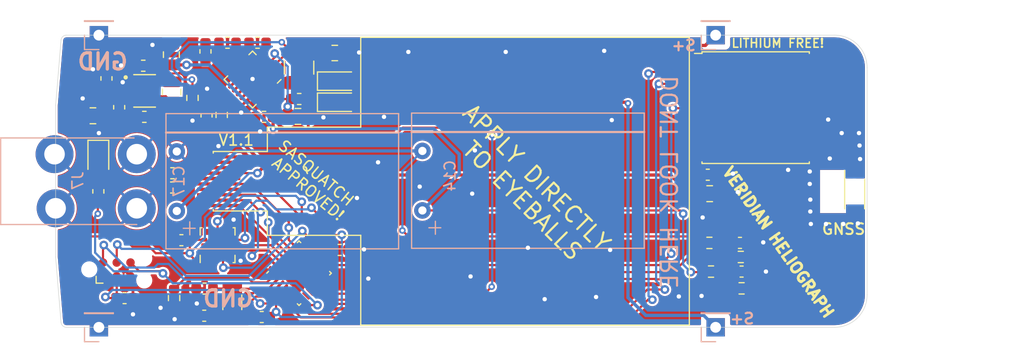
<source format=kicad_pcb>
(kicad_pcb (version 20211014) (generator pcbnew)
  (layers (0 "F.Cu" signal) (31 "B.Cu" signal) (34 "B.Paste" user) (35 "F.Paste" user) (36 "B.SilkS" user "B.Silkscreen") (37 "F.SilkS" user "F.Silkscreen") (38 "B.Mask" user) (39 "F.Mask" user) (44 "Edge.Cuts" user))
  (net 0 "")
  (net 1 "GND")
  (net 2 "VBAT_SENSE")
  (net 3 "VDD")
  (net 4 "VSTOR")
  (net 5 "GPS_EXINT")
  (net 6 "Net-(C4-Pad1)")
  (net 7 "Net-(C10-Pad1)")
  (net 8 "DISP_CS")
  (net 9 "EXTCOMIN")
  (net 11 "GPS_UART_MOSI")
  (net 12 "GPS_UART_MISO")
  (net 13 "Net-(D2-Pad2)")
  (net 14 "LED")
  (net 15 "/GPS_RF")
  (net 16 "VBAT")
  (net 17 "DISP_EN")
  (net 18 "Net-(R4-Pad1)")
  (net 19 "Net-(L2-Pad2)")
  (net 20 "Net-(L2-Pad1)")
  (net 21 "Net-(C6-Pad1)")
  (net 22 "Net-(L3-Pad2)")
  (net 23 "Net-(ROV3-Pad1)")
  (net 24 "Net-(ROV4-Pad1)")
  (net 34 "SOLAR_SENSE1")
  (net 35 "RESET")
  (net 37 "VBATMID")
  (net 38 "VBATMID_SENSE")
  (net 54 "/SWDIO")
  (net 55 "SPI_MOSI")
  (net 56 "SPI_CLK")
  (net 57 "SPI_MISO")
  (net 58 "LIS_INT")
  (net 59 "LIS_CS")
  (net 60 "SOLAR+")
  (net 61 "Net-(D1-Pad2)")
  (net 62 "Net-(D3-Pad2)")
  (net 63 "BOOT0")
  (footprint "Capacitor_SMD:C_0805_2012Metric" (layer "F.Cu") (at 59.7 51.8 -90)
    (fp_text reference "C12" hide)
    (fp_text value "47uF")
  )
  (footprint "Resistor_SMD:R_0603_1608Metric" (layer "F.Cu") (at 52.95 64.4375 90)
    (fp_text reference "R3" hide)
    (fp_text value "390")
  )
  (footprint "Diode_SMD:D_0805_2012Metric" (layer "F.Cu") (at 52.95 61.4 -90)
    (fp_text reference "D2" hide)
    (fp_text value "LED")
  )
  (footprint "Capacitor_SMD:C_0603_1608Metric" (layer "F.Cu") (at 57.2 57.55)
    (fp_text reference "C5" hide)
    (fp_text value "10nF")
  )
  (footprint "Capacitor_SMD:C_0805_2012Metric" (layer "F.Cu") (at 52.45 57.45)
    (fp_text reference "C7" hide)
    (fp_text value "47uF")
  )
  (footprint "Capacitor_SMD:C_0603_1608Metric" (layer "F.Cu") (at 57.1 52.825)
    (fp_text reference "C8" hide)
    (fp_text value "1uF")
  )
  (footprint "Resistor_SMD:R_0603_1608Metric" (layer "F.Cu") (at 54.875 56.6625 -90)
    (fp_text reference "R4" hide)
    (fp_text value "432k")
  )
  (footprint "Resistor_SMD:R_0603_1608Metric" (layer "F.Cu") (at 53.7 54 -90)
    (fp_text reference "R5" hide)
    (fp_text value "91k")
  )
  (footprint "Margo_Lib:VREG_TPS63802DLAR" (layer "F.Cu") (at 57.225 55.15)
    (fp_text reference "U7" hide)
    (fp_text value "TPS63802")
  )
  (footprint "Inductor_SMD:L_0806_2016Metric" (layer "F.Cu") (at 59.725 55.25 -90)
    (fp_text reference "L2" hide)
    (fp_text value "0.47uH")
  )
  (footprint "Capacitor_SMD:C_0805_2012Metric" (layer "F.Cu") (at 74.8 51.65)
    (fp_text reference "C3" hide)
    (fp_text value "4.7uF")
  )
  (footprint "Capacitor_SMD:C_0603_1608Metric" (layer "F.Cu") (at 67.6625 50.7 180)
    (fp_text reference "C6" hide)
    (fp_text value "10nF")
  )
  (footprint "Capacitor_SMD:C_0603_1608Metric" (layer "F.Cu") (at 71.5125 55.9 180)
    (fp_text reference "C19" hide)
    (fp_text value "10nF")
  )
  (footprint "Inductor_SMD:L_1210_3225Metric" (layer "F.Cu") (at 71.5 53 -90)
    (fp_text reference "L3" hide)
    (fp_text value "22uH")
  )
  (footprint "Resistor_SMD:R_0603_1608Metric" (layer "F.Cu") (at 64.8875 50.7)
    (fp_text reference "ROV3" hide)
    (fp_text value "4.30M")
  )
  (footprint "Resistor_SMD:R_0603_1608Metric" (layer "F.Cu") (at 62.85 51.5 90)
    (fp_text reference "ROV4" hide)
    (fp_text value "8.66M")
  )
  (footprint "Capacitor_SMD:C_0603_1608Metric" (layer "F.Cu") (at 59.8 62.76)
    (fp_text reference "C9" hide)
    (fp_text value "1uF")
  )
  (footprint "Capacitor_SMD:C_0603_1608Metric" (layer "F.Cu") (at 59.7875 64.08)
    (fp_text reference "C20" hide)
    (fp_text value "1uF")
  )
  (footprint "Capacitor_SMD:C_0603_1608Metric" (layer "F.Cu") (at 68.2625 57.55)
    (fp_text reference "C15" hide)
    (fp_text value "10nF")
  )
  (footprint "Capacitor_SMD:C_0805_2012Metric" (layer "F.Cu") (at 71.4 57.51 180)
    (fp_text reference "C2" hide)
    (fp_text value "4.7uF")
  )
  (footprint "Capacitor_SMD:C_0603_1608Metric" (layer "F.Cu") (at 68.05 76.05 180)
    (fp_text reference "C25" hide)
    (fp_text value "1uF")
  )
  (footprint "Capacitor_SMD:C_0603_1608Metric" (layer "F.Cu") (at 60.625 68.95)
    (fp_text reference "C26" hide)
    (fp_text value "1uF")
  )
  (footprint "Package_LGA:LGA-16_3x3mm_P0.5mm_LayoutBorder3x5y" (layer "F.Cu") (at 63.97 69.41 90)
    (fp_text reference "U6" hide)
    (fp_text value "LIS3DH" hide)
  )
  (footprint "Margo_Lib:LS013B7DH03" (layer "F.Cu") (at 63.57 63.5 90)
    (fp_text reference "J1" hide)
    (fp_text value "Conn_01x10_Female")
  )
  (footprint "Diode_SMD:D_SOD-323_HandSoldering" (layer "F.Cu") (at 75.1 56.2)
    (fp_text reference "D1" hide)
    (fp_text value "Schottky")
  )
  (footprint "Diode_SMD:D_SOD-323_HandSoldering" (layer "F.Cu") (at 75.1 54.25)
    (fp_text reference "D3" hide)
    (fp_text value "Schottky")
  )
  (footprint "Package_DFN_QFN:QFN-20-1EP_3.5x3.5mm_P0.5mm_EP2x2mm" (layer "F.Cu") (at 67.2 54.1 -135)
    (fp_text reference "U5" hide)
    (fp_text value "BQ25505")
  )
  (footprint "Capacitor_SMD:C_0603_1608Metric" (layer "F.Cu") (at 112.25 69.2 180)
    (fp_text reference "C16" hide)
    (fp_text value "10nF")
  )
  (footprint "Resistor_SMD:R_0603_1608Metric" (layer "F.Cu") (at 109.425 69.2 180)
    (fp_text reference "R2" hide)
    (fp_text value "1M")
  )
  (footprint "Resistor_SMD:R_0603_1608Metric" (layer "F.Cu") (at 112.325 70.5 180)
    (fp_text reference "R6" hide)
    (fp_text value "1M")
  )
  (footprint "Resistor_SMD:R_0603_1608Metric" (layer "F.Cu") (at 109.575 71.85 180)
    (fp_text reference "R12" hide)
    (fp_text value "1M")
  )
  (footprint "Resistor_SMD:R_0603_1608Metric" (layer "F.Cu") (at 64.35 57.375 90)
    (fp_text reference "R15" hide)
    (fp_text value "1M")
  )
  (footprint "Resistor_SMD:R_0603_1608Metric" (layer "F.Cu") (at 112.4 73.4 180)
    (fp_text reference "R13" hide)
    (fp_text value "1M")
  )
  (footprint "Capacitor_SMD:C_0603_1608Metric" (layer "F.Cu") (at 112.4 71.85 180)
    (fp_text reference "C23" hide)
    (fp_text value "10nF")
  )
  (footprint "Capacitor_SMD:C_0603_1608Metric" (layer "F.Cu") (at 62.95 57.425 90)
    (fp_text reference "C28" hide)
    (fp_text value "10nF")
  )
  (footprint "Resistor_SMD:R_0603_1608Metric" (layer "F.Cu") (at 61.65 55.8 90)
    (fp_text reference "R14" hide)
    (fp_text value "1M")
  )
  (footprint "Capacitor_SMD:C_0402_1005Metric" (layer "F.Cu") (at 120.35 59.525 -90)
    (fp_text reference "C1" hide)
    (fp_text value "3.3pF")
  )
  (footprint "RF_GPS:ublox_MAX" (layer "F.Cu") (at 113.7 56.7)
    (fp_text reference "U2" hide)
    (fp_text value "MAX-M10Q")
  )
  (footprint "RF_Antenna:Pulse_W3011" (layer "F.Cu") (at 122.85 64.45)
    (fp_text reference "AE1" hide)
    (fp_text value "Antenna_Shield")
  )
  (footprint "Capacitor_SMD:C_0603_1608Metric" (layer "F.Cu") (at 109.275 62.9)
    (fp_text reference "C21" hide)
    (fp_text value "1uF")
  )
  (footprint "Capacitor_SMD:C_0603_1608Metric" (layer "F.Cu") (at 62.735 75.93 180)
    (fp_text reference "C10" hide)
    (fp_text value "11pF")
  )
  (footprint "Capacitor_SMD:C_0805_2012Metric" (layer "F.Cu") (at 109.45 64.65)
    (fp_text reference "C13" hide)
    (fp_text value "4.7uF")
  )
  (footprint "Package_DFN_QFN:QFN-28_4x4mm_P0.5mm" (layer "F.Cu") (at 71.5 72 45)
    (fp_text reference "U1" hide)
    (fp_text value "STM32L011G3Ux")
  )
  (footprint "Capacitor_SMD:C_0603_1608Metric" (layer "F.Cu") (at 55.375 74.3 180)
    (fp_text reference "C18" hide)
    (fp_text value "10nF")
  )
  (footprint "Capacitor_SMD:C_0603_1608Metric" (layer "F.Cu") (at 75.25 69.85)
    (fp_text reference "C11" hide)
    (fp_text value "1uF")
  )
  (footprint "Capacitor_SMD:C_0603_1608Metric" (layer "F.Cu") (at 62.77 73.42 180)
    (fp_text reference "C4" hide)
    (fp_text value "11pF")
  )
  (footprint "Resistor_SMD:R_0603_1608Metric" (layer "F.Cu") (at 59.95 74.3 90)
    (fp_text reference "R1" hide)
    (fp_text value "91k")
  )
  (footprint "Connector:Tag-Connect_TC2030-IDC-NL_2x03_P1.27mm_Vertical" (layer "F.Cu") (at 54.65 71.65)
    (fp_text reference "J4" hide)
    (fp_text value "Conn_02x03_Odd_Even")
  )
  (footprint "Crystal:Crystal_SMD_3215-2Pin_3.2x1.5mm" (layer "F.Cu") (at 65.33 74.69 -90)
    (fp_text reference "Y1" hide)
    (fp_text value "32.768")
  )
  (footprint "Connector_PinHeader_2.54mm:PinHeader_1x01_P2.54mm_Vertical" (layer "B.Cu") (at 110 50)
    (fp_text reference "J2" hide)
    (fp_text value "Solar1+")
  )
  (footprint "Connector_PinHeader_2.54mm:PinHeader_1x01_P2.54mm_Vertical" (layer "B.Cu") (at 110 77)
    (fp_text reference "J5" hide)
    (fp_text value "Solar2+")
  )
  (footprint "Connector_PinHeader_2.54mm:PinHeader_1x01_P2.54mm_Vertical" (layer "B.Cu") (at 53 77)
    (fp_text reference "J6" hide)
    (fp_text value "GND")
  )
  (footprint "Veridian-Library-KiCad:Right Angle Screw Terminal M3M4" (layer "B.Cu") (at 49 63.5 90)
    (fp_text reference "J7")
    (fp_text value "Screw_Terminal_01x01")
  )
  (footprint "Connector_PinHeader_2.54mm:PinHeader_1x01_P2.54mm_Vertical" (layer "B.Cu") (at 53 50)
    (fp_text reference "J3" hide)
    (fp_text value "GND")
  )
  (footprint "Veridian-Library-KiCad:SCCT20E106SRB" (layer "B.Cu") (at 60.2 63.5 90)
    (fp_text reference "C17")
    (fp_text value "10F")
  )
  (footprint "Veridian-Library-KiCad:SCCT20E106SRB" (layer "B.Cu") (at 82.9 63.45 90)
    (fp_text reference "C14")
    (fp_text value "10F")
  )
  (gr_arc (start 50 77) (mid 49.662949 76.871723) (end 49.5 76.55) (layer "Edge.Cuts") (width 0.05))
  (gr_arc (start 121 50) (mid 123.12132 50.87868) (end 124 53) (layer "Edge.Cuts") (width 0.05))
  (gr_line (start 49 56.5) (end 49.502481 50.450248) (layer "Edge.Cuts") (width 0.05))
  (gr_line (start 49.5 76.55) (end 49 70.5) (layer "Edge.Cuts") (width 0.05))
  (gr_line (start 124 53) (end 124 74) (layer "Edge.Cuts") (width 0.05))
  (gr_line (start 121 77) (end 50 77) (layer "Edge.Cuts") (width 0.05))
  (gr_arc (start 124 74) (mid 123.12132 76.12132) (end 121 77) (layer "Edge.Cuts") (width 0.05))
  (gr_line (start 49 56.5) (end 49 70.5) (layer "Edge.Cuts") (width 0.05))
  (gr_line (start 50 50) (end 121 50) (layer "Edge.Cuts") (width 0.05))
  (gr_arc (start 49.502481 50.450248) (mid 49.664497 50.129274) (end 50 50) (layer "Edge.Cuts") (width 0.05))
  (gr_text "GND" (at 64.95 74.35) (layer "B.SilkS") (effects (font (size 1.5 1.5) (thickness 0.3)) (justify mirror)))
  (gr_text "S+" (at 107.05 50.95) (layer "B.SilkS") (effects (font (size 1 1) (thickness 0.2)) (justify mirror)))
  (gr_text "S+" (at 112.45 76.2) (layer "B.SilkS") (effects (font (size 1 1) (thickness 0.2)) (justify mirror)))
  (gr_text "GND" (at 53.35 52.45) (layer "B.SilkS") (effects (font (size 1.5 1.5) (thickness 0.3)) (justify mirror)))
  (gr_text "DONT LOOK HERE " (at 105.75 64.15 90) (layer "B.SilkS") (effects (font (size 1.5 1.5) (thickness 0.2)) (justify mirror)))
  (gr_text "V1.1" (at 65.7 59.7) (layer "F.SilkS") (effects (font (size 1 1))))
  (gr_text "LITHIUM FREE!" (at 115.75 50.75) (layer "F.SilkS") (effects (font (size 0.8 0.8))))
  (gr_text "VERIDIAN HELIOGRAPH" (at 115.8 69.15 -55) (layer "F.SilkS") (effects (font (size 1 1) (thickness 0.25))))
  (gr_text "APPLY DIRECTLY \nTO EYEBALLS" (at 93 64.45 -45) (layer "F.SilkS") (effects (font (size 1.5 1.5) (thickness 0.2))))
  (gr_text "SASQUATCH \nAPPROVED!" (at 72.85 63.6 320) (layer "F.SilkS") (effects (font (size 1 1))))
  (gr_text "GNSS" (at 121.825 67.925) (layer "F.SilkS") (effects (font (size 1 1) (thickness 0.18))))
  (segment (start 64.97 70.635) (end 65.882533 70.635) (width 0.2) (layer "F.Cu") (net 1))
  (segment (start 69.100349 53.613864) (end 68.614213 54.1) (width 0.2) (layer "F.Cu") (net 1))
  (segment (start 65.45 67.05) (end 65.2 67.05) (width 0.2) (layer "F.Cu") (net 1))
  (segment (start 68.614213 54.1) (end 68.26066 54.1) (width 0.2) (layer "F.Cu") (net 1))
  (segment (start 57.05 55.15) (end 57.05 56.9125) (width 0.2) (layer "F.Cu") (net 1))
  (segment (start 66.713864 56.000349) (end 67.2 55.514213) (width 0.2) (layer "F.Cu") (net 1))
  (segment (start 67.2 55.514213) (end 67.2 55.16066) (width 0.2) (layer "F.Cu") (net 1))
  (segment (start 57.05 56.9125) (end 56.4125 57.55) (width 0.2) (layer "F.Cu") (net 1))
  (segment (start 69.026894 71.648214) (end 68.051786 71.648214) (width 0.2) (layer "F.Cu") (net 1))
  (segment (start 67.686136 52.199651) (end 67.2 52.685787) (width 0.2) (layer "F.Cu") (net 1))
  (segment (start 56.325 55.15) (end 57.775 55.15) (width 0.2) (layer "F.Cu") (net 1))
  (segment (start 67.2 52.685787) (end 67.2 53.03934) (width 0.2) (layer "F.Cu") (net 1))
  (segment (start 65.882533 70.635) (end 66.1 70.852467) (width 0.2) (layer "F.Cu") (net 1))
  (via (at 56.15 75.8) (size 0.8) (drill 0.4) (layers "F.Cu" "B.Cu") (net 1))
  (via (at 55.2 54.35) (size 0.8) (drill 0.4) (layers "F.Cu" "B.Cu") (net 1))
  (via (at 123.35 61.45) (size 0.8) (drill 0.4) (layers "F.Cu" "B.Cu") (net 1))
  (via (at 111.6 62.8) (size 0.8) (drill 0.4) (layers "F.Cu" "B.Cu") (net 1))
  (via (at 118.75 65.2) (size 0.8) (drill 0.4) (layers "F.Cu" "B.Cu") (net 1))
  (via (at 92.65 69.65) (size 0.8) (drill 0.4) (layers "F.Cu" "B.Cu") (net 1))
  (via (at 65.45 67.05) (size 0.8) (drill 0.4) (layers "F.Cu" "B.Cu") (net 1))
  (via (at 94.2 74.4) (size 0.8) (drill 0.4) (layers "F.Cu" "B.Cu") (net 1))
  (via (at 100.25 69.85) (size 0.8) (drill 0.4) (layers "F.Cu" "B.Cu") (net 1))
  (via (at 118.7 62.6) (size 0.8) (drill 0.4) (layers "F.Cu" "B.Cu") (net 1))
  (via (at 76.85 65.05) (size 0.8) (drill 0.4) (layers "F.Cu" "B.Cu") (net 1))
  (via (at 120.2 67.45) (size 0.8) (drill 0.4) (layers "F.Cu" "B.Cu") (net 1))
  (via (at 108.7 74.1) (size 0.8) (drill 0.4) (layers "F.Cu" "B.Cu") (net 1))
  (via (at 58.7 75.2) (size 0.8) (drill 0.4) (layers "F.Cu" "B.Cu") (net 1))
  (via (at 108.8 66.85) (size 0.8) (drill 0.4) (layers "F.Cu" "B.Cu") (net 1))
  (via (at 66.15 57.15) (size 0.8) (drill 0.4) (layers "F.Cu" "B.Cu") (net 1))
  (via (at 120.4 57.8) (size 0.8) (drill 0.4) (layers "F.Cu" "B.Cu") (net 1))
  (via (at 77.5 69.8) (size 0.8) (drill 0.4) (layers "F.Cu" "B.Cu") (net 1))
  (via (at 52.45 53.15) (size 0.8) (drill 0.4) (layers "F.Cu" "B.Cu") (net 1))
  (via (at 123.25 59.05) (size 0.8) (drill 0.4) (layers "F.Cu" "B.Cu") (net 1))
  (via (at 57.95 50.9) (size 0.8) (drill 0.4) (layers "F.Cu" "B.Cu") (net 1))
  (via (at 123.3 60.2) (size 0.8) (drill 0.4) (layers "F.Cu" "B.Cu") (net 1))
  (via (at 87.5 64.65) (size 0.8) (drill 0.4) (layers "F.Cu" "B.Cu") (net 1))
  (via (at 66.1 70.852467) (size 0.8) (drill 0.4) (layers "F.Cu" "B.Cu") (net 1))
  (via (at 87.35 72.3) (size 0.8) (drill 0.4) (layers "F.Cu" "B.Cu") (net 1))
  (via (at 67.2 54.05) (size 0.8) (drill 0.4) (layers "F.Cu" "B.Cu") (net 1))
  (via (at 51.5 55.85) (size 0.8) (drill 0.4) (layers "F.Cu" "B.Cu") (net 1))
  (via (at 55.05 52.8) (size 0.8) (drill 0.4) (layers "F.Cu" "B.Cu") (net 1))
  (via (at 112.05 64.5) (size 0.8) (drill 0.4) (layers "F.Cu" "B.Cu") (net 1))
  (via (at 118.75 66.3) (size 0.8) (drill 0.4) (layers "F.Cu" "B.Cu") (net 1))
  (via (at 63 54.95) (size 0.8) (drill 0.4) (layers "F.Cu" "B.Cu") (net 1))
  (via (at 77.05 51.6) (size 0.8) (drill 0.4) (layers "F.Cu" "B.Cu") (net 1))
  (via (at 120.55 61.4) (size 0.8) (drill 0.4) (layers "F.Cu" "B.Cu") (net 1))
  (via (at 114.4 69.15) (size 0.8) (drill 0.4) (layers "F.Cu" "B.Cu") (net 1))
  (via (at 114.65 71.85) (size 0.8) (drill 0.4) (layers "F.Cu" "B.Cu") (net 1))
  (via (at 61.65 57.9) (size 0.8) (drill 0.4) (layers "F.Cu" "B.Cu") (net 1))
  (via (at 78.8 61.75) (size 0.8) (drill 0.4) (layers "F.Cu" "B.Cu") (net 1))
  (via (at 90.6 51.55) (size 0.8) (drill 0.4) (layers "F.Cu" "B.Cu") (net 1))
  (via (at 118.8 67.45) (size 0.8) (drill 0.4) (layers "F.Cu" "B.Cu") (net 1))
  (via (at 60 76.25) (size 0.8) (drill 0.4) (layers "F.Cu" "B.Cu") (net 1))
  (via (at 81.6 51.55) (size 0.8) (drill 0.4) (layers "F.Cu" "B.Cu") (net 1))
  (via (at 53 59.05) (size 0.8) (drill 0.4) (layers "F.Cu" "B.Cu") (net 1))
  (via (at 123.15 67.4) (size 0.8) (drill 0.4) (layers "F.Cu" "B.Cu") (net 1))
  (via (at 98.95 74.2) (size 0.8) (drill 0.4) (layers "F.Cu" "B.Cu") (net 1))
  (via (at 116.7 62.45) (size 0.8) (drill 0.4) (layers "F.Cu" "B.Cu") (net 1))
  (via (at 87.75 60.65) (size 0.8) (drill 0.4) (layers "F.Cu" "B.Cu") (net 1))
  (via (at 62.05 74.8) (size 0.8) (drill 0.4) (layers "F.Cu" "B.Cu") (net 1))
  (via (at 106.6 74.15) (size 0.8) (drill 0.4) (layers "F.Cu" "B.Cu") (net 1))
  (via (at 79.35 57.55) (size 0.8) (drill 0.4) (layers "F.Cu" "B.Cu") (net 1))
  (via (at 100.4 57.85) (size 0.8) (drill 0.4) (layers "F.Cu" "B.Cu") (net 1))
  (via (at 118.7 63.75) (size 0.8) (drill 0.4) (layers "F.Cu" "B.Cu") (net 1))
  (via (at 77.9 72.5) (size 0.8) (drill 0.4) (layers "F.Cu" "B.Cu") (net 1))
  (via (at 67.9 58.9) (size 0.8) (drill 0.4) (layers "F.Cu" "B.Cu") (net 1))
  (via (at 82.65 64) (size 0.8) (drill 0.4) (layers "F.Cu" "B.Cu") (net 1))
  (via (at 73.75 57.6) (size 0.8) (drill 0.4) (layers "F.Cu" "B.Cu") (net 1))
  (via (at 64.05 60.25) (size 0.8) (drill 0.4) (layers "F.Cu" "B.Cu") (net 1))
  (via (at 99.7 51.45) (size 0.8) (drill 0.4) (layers "F.Cu" "B.Cu") (net 1))
  (via (at 121.8 67.45) (size 0.8) (drill 0.4) (layers "F.Cu" "B.Cu") (net 1))
  (via (at 121.65 59.05) (size 0.8) (drill 0.4) (layers "F.Cu" "B.Cu") (net 1))
  (segment (start 111.625 73.35) (end 111.575 73.4) (width 0.2) (layer "F.Cu") (net 2))
  (segment (start 110.74181 72.56681) (end 104.41502 72.56681) (width 0.2) (layer "F.Cu") (net 2))
  (segment (start 74.33952 74.83952) (end 72.870019 73.370019) (width 0.2) (layer "F.Cu") (net 2))
  (segment (start 111.575 73.4) (end 110.74181 72.56681) (width 0.2) (layer "F.Cu") (net 2))
  (segment (start 104.379698 72.531488) (end 92.968512 72.531488) (width 0.2) (layer "F.Cu") (net 2))
  (segment (start 110.4 71.85) (end 111.625 71.85) (width 0.2) (layer "F.Cu") (net 2))
  (segment (start 92.968512 72.531488) (end 90.66048 74.83952) (width 0.2) (layer "F.Cu") (net 2))
  (segment (start 90.66048 74.83952) (end 74.33952 74.83952) (width 0.2) (layer "F.Cu") (net 2))
  (segment (start 111.625 71.85) (end 111.625 73.35) (width 0.2) (layer "F.Cu") (net 2))
  (segment (start 104.41502 72.56681) (end 104.379698 72.531488) (width 0.2) (layer "F.Cu") (net 2))
  (segment (start 61.4 70.3) (end 61.4 70.15) (width 0.2) (layer "F.Cu") (net 3))
  (segment (start 54.875 57.45) (end 54.875 58.025) (width 0.3) (layer "F.Cu") (net 3))
  (segment (start 60.46875 58.26875) (end 61.6 59.4) (width 0.3) (layer "F.Cu") (net 3))
  (segment (start 56.1 69.55) (end 57.65 69.55) (width 0.2) (layer "F.Cu") (net 3))
  (segment (start 69.375 75.575) (end 69.3 75.575) (width 0.2) (layer "F.Cu") (net 3))
  (segment (start 55.4 58.55) (end 58.35 58.55) (width 0.3) (layer "F.Cu") (net 3))
  (segment (start 67.65 62.75) (end 68.35 62.05) (width 0.3) (layer "F.Cu") (net 3))
  (segment (start 60.5975 62.75) (end 60.5875 62.76) (width 0.3) (layer "F.Cu") (net 3))
  (segment (start 62.97 70.635) (end 62.605 71) (width 0.2) (layer "F.Cu") (net 3))
  (segment (start 61.4 70.15) (end 61.4 68.95) (width 0.2) (layer "F.Cu") (net 3))
  (segment (start 52.25 68.6) (end 55.15 68.6) (width 0.2) (layer "F.Cu") (net 3))
  (segment (start 108.5 64.65) (end 107.55 64.65) (width 0.3) (layer "F.Cu") (net 3))
  (segment (start 57.975 56.15) (end 57.975 57.5875) (width 0.25) (layer "F.Cu") (net 3))
  (segment (start 107.55 64.65) (end 105.825 62.925) (width 0.3) (layer "F.Cu") (net 3))
  (segment (start 74.475 69.85) (end 74.475 68.475) (width 0.3) (layer "F.Cu") (net 3))
  (segment (start 108.275 62.925) (end 108.5 62.925) (width 0.3) (layer "F.Cu") (net 3))
  (segment (start 107.25 57.8) (end 106.95 58.1) (width 0.3) (layer "F.Cu") (net 3))
  (segment (start 108.95 58.9) (end 108.85 59) (width 0.3) (layer "F.Cu") (net 3))
  (segment (start 74.475 68.475) (end 74.475 63.025) (width 0.3) (layer "F.Cu") (net 3))
  (segment (start 62.605 71) (end 62.1 71) (width 0.2) (layer "F.Cu") (net 3))
  (segment (start 73.223573 70.983534) (end 73.223573 70.976427) (width 0.2) (layer "F.Cu") (net 3))
  (segment (start 108.95 57.8) (end 107.25 57.8) (width 0.3) (layer "F.Cu") (net 3))
  (segment (start 106.95 61.6) (end 108.275 62.925) (width 0.3) (layer "F.Cu") (net 3))
  (segment (start 75.45 68.45) (end 75.425 68.475) (width 0.2) (layer "F.Cu") (net 3))
  (segment (start 61.0775 63.25) (end 60.5875 62.76) (width 0.3) (layer "F.Cu") (net 3))
  (segment (start 64.07 63.25) (end 61.0775 63.25) (width 0.3) (layer "F.Cu") (net 3))
  (segment (start 62.1 71) (end 61.4 70.3) (width 0.2) (layer "F.Cu") (net 3))
  (segment (start 58.35 58.55) (end 58.63125 58.26875) (width 0.3) (layer "F.Cu") (net 3))
  (segment (start 57.65 69.55) (end 58.25 70.15) (width 0.2) (layer "F.Cu") (net 3))
  (segment (start 69.3 75.575) (end 68.825 76.05) (width 0.2) (layer "F.Cu") (net 3))
  (segment (start 107.05 60) (end 106.95 60.1) (width 0.3) (layer "F.Cu") (net 3))
  (segment (start 73.223573 70.976427) (end 74.35 69.85) (width 0.2) (layer "F.Cu") (net 3))
  (segment (start 58.63125 58.26875) (end 60.46875 58.26875) (width 0.3) (layer "F.Cu") (net 3))
  (segment (start 51.15 72.35) (end 51.15 69.7) (width 0.2) (layer "F.Cu") (net 3))
  (segment (start 51.15 69.7) (end 52.25 68.6) (width 0.2) (layer "F.Cu") (net 3))
  (segment (start 106.95 59) (end 106.95 60.1) (width 0.3) (layer "F.Cu") (net 3))
  (segment (start 106.95 60.1) (end 106.95 61.6) (width 0.3) (layer "F.Cu") (net 3))
  (segment (start 52.865 72.8) (end 51.6 72.8) (width 0.2) (layer "F.Cu") (net 3))
  (segment (start 62.745 68.91) (end 61.625 68.91) (width 0.2) (layer "F.Cu") (net 3))
  (segment (start 69.375 74.832107) (end 69.375 75.575) (width 0.2) (layer "F.Cu") (net 3))
  (segment (start 51.6 72.8) (end 51.15 72.35) (width 0.2) (layer "F.Cu") (net 3))
  (segment (start 106.95 58.1) (end 106.95 59) (width 0.3) (layer "F.Cu") (net 3))
  (segment (start 69.225 62.925) (end 68.35 62.05) (width 0.3) (layer "F.Cu") (net 3))
  (segment (start 55.15 68.6) (end 56.1 69.55) (width 0.2) (layer "F.Cu") (net 3))
  (segment (start 108.5 64.65) (end 108.5 62.925) (width 0.4) (layer "F.Cu") (net 3))
  (segment (start 61.6 59.4) (end 65.7 59.4) (width 0.3) (layer "F.Cu") (net 3))
  (segment (start 64.07 62.75) (end 67.65 62.75) (width 0.2) (layer "F.Cu") (net 3))
  (segment (start 75.425 68.475) (end 74.475 68.475) (width 0.2) (layer "F.Cu") (net 3))
  (segment (start 53.4 57.45) (end 54.875 57.45) (width 0.3) (layer "F.Cu") (net 3))
  (segment (start 65.7 59.4) (end 68.35 62.05) (width 0.3) (layer "F.Cu") (net 3))
  (segment (start 57.9625 57.6) (end 58.63125 58.26875) (width 0.3) (layer "F.Cu") (net 3))
  (segment (start 108.85 59) (end 106.95 59) (width 0.3) (layer "F.Cu") (net 3))
  (segment (start 58.25 70.15) (end 61.4 70.15) (width 0.2) (layer "F.Cu") (net 3))
  (segment (start 64.07 62.25) (end 61.0975 62.25) (width 0.3) (layer "F.Cu") (net 3))
  (segment (start 108.95 60) (end 107.05 60) (width 0.3) (layer "F.Cu") (net 3))
  (segment (start 64.07 62.75) (end 60.5975 62.75) (width 0.3) (layer "F.Cu") (net 3))
  (segment (start 57.975 57.5875) (end 57.9625 57.6) (width 0.2) (layer "F.Cu") (net 3))
  (segment (start 74.35 69.85) (end 74.475 69.85) (width 0.2) (layer "F.Cu") (net 3))
  (segment (start 105.825 62.925) (end 69.225 62.925) (width 0.3) (layer "F.Cu") (net 3))
  (segment (start 53.38 72.285) (end 52.865 72.8) (width 0.2) (layer "F.Cu") (net 3))
  (segment (start 61.0975 62.25) (end 60.5875 62.76) (width 0.3) (layer "F.Cu") (net 3))
  (segment (start 54.875 58.025) (end 55.4 58.55) (width 0.3) (layer "F.Cu") (net 3))
  (segment (start 70.483534 73.723573) (end 69.375 74.832107) (width 0.2) (layer "F.Cu") (net 3))
  (via (at 75.45 68.45) (size 0.8) (drill 0.4) (layers "F.Cu" "B.Cu") (net 3))
  (via (at 69.375 75.575) (size 0.8) (drill 0.4) (layers "F.Cu" "B.Cu") (net 3))
  (via (at 61.4 70.15) (size 0.8) (drill 0.4) (layers "F.Cu" "B.Cu") (net 3))
  (via (at 67.65 62.75) (size 0.8) (drill 0.4) (layers "F.Cu" "B.Cu") (net 3))
  (segment (start 62.8 68.75) (end 62.8 66.85) (width 0.2) (layer "B.Cu") (net 3))
  (segment (start 62.8 66.85) (end 66.9 62.75) (width 0.2) (layer "B.Cu") (net 3))
  (segment (start 69.85 76.05) (end 74.45 76.05) (width 0.2) (layer "B.Cu") (net 3))
  (segment (start 66.9 62.75) (end 67.65 62.75) (width 0.2) (layer "B.Cu") (net 3))
  (segment (start 74.45 76.05) (end 75.45 75.05) (width 0.2) (layer "B.Cu") (net 3))
  (segment (start 61.4 70.15) (end 62.8 68.75) (width 0.2) (layer "B.Cu") (net 3))
  (segment (start 75.45 75.05) (end 75.45 68.45) (width 0.2) (layer "B.Cu") (net 3))
  (segment (start 69.375 75.575) (end 69.85 76.05) (width 0.2) (layer "B.Cu") (net 3))
  (segment (start 68.393243 52.906757) (end 69.25 52.05) (width 0.2) (layer "F.Cu") (net 4))
  (segment (start 69.25 52.05) (end 69.25 51.7) (width 0.2) (layer "F.Cu") (net 4))
  (segment (start 70.45 56.6) (end 70.45 56.175) (width 0.2) (layer "F.Cu") (net 4))
  (segment (start 68.746796 54.939689) (end 69.707107 55.9) (width 0.2) (layer "F.Cu") (net 4))
  (segment (start 70.45 57.51) (end 70.45 56.6) (width 0.2) (layer "F.Cu") (net 4))
  (segment (start 69.707107 55.9) (end 70.725 55.9) (width 0.2) (layer "F.Cu") (net 4))
  (segment (start 70.45 56.175) (end 70.725 55.9) (width 0.2) (layer "F.Cu") (net 4))
  (via (at 70.45 56.6) (size 0.8) (drill 0.4) (layers "F.Cu" "B.Cu") (net 4))
  (via (at 69.25 51.7) (size 0.8) (drill 0.4) (layers "F.Cu" "B.Cu") (net 4))
  (segment (start 69.25 51.7) (end 70.45 52.9) (width 0.2) (layer "B.Cu") (net 4))
  (segment (start 70.45 52.9) (end 70.45 56.6) (width 0.2) (layer "B.Cu") (net 4))
  (segment (start 108.9 56.75) (end 108.95 56.7) (width 0.2) (layer "F.Cu") (net 5))
  (segment (start 73.973106 71.648214) (end 74.37132 71.25) (width 0.2) (layer "F.Cu") (net 5))
  (segment (start 106.05 56.75) (end 108.9 56.75) (width 0.2) (layer "F.Cu") (net 5))
  (segment (start 104.85 71.25) (end 105.9 70.2) (width 0.2) (layer "F.Cu") (net 5))
  (segment (start 74.37132 71.25) (end 104.85 71.25) (width 0.2) (layer "F.Cu") (net 5))
  (via (at 106.05 56.75) (size 0.8) (drill 0.4) (layers "F.Cu" "B.Cu") (net 5))
  (via (at 105.9 70.2) (size 0.8) (drill 0.4) (layers "F.Cu" "B.Cu") (net 5))
  (segment (start 105.9 56.9) (end 106.05 56.75) (width 0.2) (layer "B.Cu") (net 5))
  (segment (start 105.9 70.2) (end 105.9 56.9) (width 0.2) (layer "B.Cu") (net 5))
  (segment (start 68.652893 73.44) (end 65.33 73.44) (width 0.2) (layer "F.Cu") (net 6))
  (segment (start 65.31 73.42) (end 65.33 73.44) (width 0.2) (layer "F.Cu") (net 6))
  (segment (start 69.422874 72.670019) (end 68.652893 73.44) (width 0.2) (layer "F.Cu") (net 6))
  (segment (start 63.545 73.42) (end 65.31 73.42) (width 0.2) (layer "F.Cu") (net 6))
  (segment (start 69.776427 73.016466) (end 68.632394 74.160499) (width 0.2) (layer "F.Cu") (net 7))
  (segment (start 63.52 75.94) (end 63.51 75.93) (width 0.2) (layer "F.Cu") (net 7))
  (segment (start 65.73 75.94) (end 65.33 75.94) (width 0.2) (layer "F.Cu") (net 7))
  (segment (start 67.509501 74.160499) (end 65.73 75.94) (width 0.2) (layer "F.Cu") (net 7))
  (segment (start 68.632394 74.160499) (end 67.509501 74.160499) (width 0.2) (layer "F.Cu") (net 7))
  (segment (start 65.33 75.94) (end 63.52 75.94) (width 0.2) (layer "F.Cu") (net 7))
  (segment (start 69.6 66.9) (end 69.6 68.685787) (width 0.2) (layer "F.Cu") (net 8))
  (segment (start 69.6 68.685787) (end 70.837087 69.922874) (width 0.2) (layer "F.Cu") (net 8))
  (segment (start 64.07 64.75) (end 67.45 64.75) (width 0.2) (layer "F.Cu") (net 8))
  (segment (start 67.45 64.75) (end 69.6 66.9) (width 0.2) (layer "F.Cu") (net 8))
  (segment (start 70.55 68.92868) (end 71.148214 69.526894) (width 0.2) (layer "F.Cu") (net 9))
  (segment (start 54.65 69.4) (end 54.7 69.35) (width 0.2) (layer "F.Cu") (net 9))
  (segment (start 67.55 64.25) (end 70.55 67.25) (width 0.2) (layer "F.Cu") (net 9))
  (segment (start 54.65 71.015) (end 54.65 69.4) (width 0.2) (layer "F.Cu") (net 9))
  (segment (start 64.07 64.25) (end 67.55 64.25) (width 0.2) (layer "F.Cu") (net 9))
  (segment (start 70.55 67.25) (end 70.55 68.92868) (width 0.2) (layer "F.Cu") (net 9))
  (via (at 54.7 69.35) (size 0.8) (drill 0.4) (layers "F.Cu" "B.Cu") (net 9))
  (via (at 70.55 67.8) (size 0.8) (drill 0.4) (layers "F.Cu" "B.Cu") (net 9))
  (segment (start 66.880141 72.25) (end 70.55 68.580141) (width 0.2) (layer "B.Cu") (net 9))
  (segment (start 58.530142 69.75) (end 61.030142 72.25) (width 0.2) (layer "B.Cu") (net 9))
  (segment (start 61.030142 72.25) (end 66.880141 72.25) (width 0.2) (layer "B.Cu") (net 9))
  (segment (start 70.55 68.580141) (end 70.55 67.8) (width 0.2) (layer "B.Cu") (net 9))
  (segment (start 54.7 69.35) (end 55.1 69.75) (width 0.2) (layer "B.Cu") (net 9))
  (segment (start 55.1 69.75) (end 58.530142 69.75) (width 0.2) (layer "B.Cu") (net 9))
  (segment (start 71.148214 74.473106) (end 72.425108 75.75) (width 0.2) (layer "F.Cu") (net 11))
  (segment (start 104.75 54.5) (end 108.95 54.5) (width 0.2) (layer "F.Cu") (net 11))
  (segment (start 72.425108 75.75) (end 101.45 75.75) (width 0.2) (layer "F.Cu") (net 11))
  (segment (start 103.6895 73.5105) (end 105.308388 73.5105) (width 0.2) (layer "F.Cu") (net 11))
  (segment (start 101.45 75.75) (end 103.6895 73.5105) (width 0.2) (layer "F.Cu") (net 11))
  (via (at 104.75 54.5) (size 0.8) (drill 0.4) (layers "F.Cu" "B.Cu") (net 11))
  (via (at 105.308388 73.5105) (size 0.8) (drill 0.4) (layers "F.Cu" "B.Cu") (net 11))
  (segment (start 104.75 54.5) (end 104.5 54.75) (width 0.2) (layer "B.Cu") (net 11))
  (segment (start 104.5 72.702112) (end 105.308388 73.5105) (width 0.2) (layer "B.Cu") (net 11))
  (segment (start 104.5 54.75) (end 104.5 72.702112) (width 0.2) (layer "B.Cu") (net 11))
  (segment (start 71.675298 76.089511) (end 102.110489 76.089511) (width 0.2) (layer "F.Cu") (net 12))
  (segment (start 70.837087 74.077126) (end 70.25 74.664213) (width 0.2) (layer "F.Cu") (net 12))
  (segment (start 103.75 74.45) (end 104.15 74.45) (width 0.2) (layer "F.Cu") (net 12))
  (segment (start 70.25 74.664213) (end 71.675298 76.089511) (width 0.2) (layer "F.Cu") (net 12))
  (segment (start 108.95 53.4) (end 103.95 53.4) (width 0.2) (layer "F.Cu") (net 12))
  (segment (start 102.110489 76.089511) (end 103.75 74.45) (width 0.2) (layer "F.Cu") (net 12))
  (segment (start 103.95 53.4) (end 103.8 53.55) (width 0.2) (layer "F.Cu") (net 12))
  (via (at 104.15 74.45) (size 0.8) (drill 0.4) (layers "F.Cu" "B.Cu") (net 12))
  (via (at 103.8 53.55) (size 0.8) (drill 0.4) (layers "F.Cu" "B.Cu") (net 12))
  (segment (start 103.8 53.55) (end 103.8 74.1) (width 0.2) (layer "B.Cu") (net 12))
  (segment (start 103.8 74.1) (end 104.15 74.45) (width 0.2) (layer "B.Cu") (net 12))
  (segment (start 52.95 62.3375) (end 52.95 63.65) (width 0.2) (layer "F.Cu") (net 13))
  (segment (start 58.711852 71.80741) (end 58.919547 72.015105) (width 0.2) (layer "F.Cu") (net 14))
  (segment (start 56.71241 71.80741) (end 58.711852 71.80741) (width 0.2) (layer "F.Cu") (net 14))
  (segment (start 52.9 65.275) (end 52.95 65.225) (width 0.2) (layer "F.Cu") (net 14))
  (segment (start 52.9 66.5) (end 52.9 65.275) (width 0.2) (layer "F.Cu") (net 14))
  (segment (start 55.92 71.015) (end 56.71241 71.80741) (width 0.2) (layer "F.Cu") (net 14))
  (segment (start 71.851786 74.473106) (end 72.32868 74.95) (width 0.2) (layer "F.Cu") (net 14))
  (segment (start 72.32868 74.95) (end 73.2 74.95) (width 0.2) (layer "F.Cu") (net 14))
  (via (at 58.919547 72.015105) (size 0.8) (drill 0.4) (layers "F.Cu" "B.Cu") (net 14))
  (via (at 52.9 66.5) (size 0.6) (drill 0.3) (layers "F.Cu" "B.Cu") (net 14))
  (via (at 73.2 74.95) (size 0.8) (drill 0.4) (layers "F.Cu" "B.Cu") (net 14))
  (segment (start 52.9 66.5) (end 52.65 66.75) (width 0.2) (layer "B.Cu") (net 14))
  (segment (start 59.833464 72.929022) (end 58.919547 72.015105) (width 0.2) (layer "B.Cu") (net 14))
  (segment (start 52.65 66.75) (end 52.65 70.1) (width 0.2) (layer "B.Cu") (net 14))
  (segment (start 54.371179 71.821179) (end 58.725621 71.821179) (width 0.2) (layer "B.Cu") (net 14))
  (segment (start 71.179022 72.929022) (end 59.833464 72.929022) (width 0.2) (layer "B.Cu") (net 14))
  (segment (start 73.2 74.95) (end 71.179022 72.929022) (width 0.2) (layer "B.Cu") (net 14))
  (segment (start 58.725621 71.821179) (end 58.919547 72.015105) (width 0.2) (layer "B.Cu") (net 14))
  (segment (start 52.65 70.1) (end 54.371179 71.821179) (width 0.2) (layer "B.Cu") (net 14))
  (segment (start 120.34 60) (end 120.35 60.01) (width 0.4) (layer "F.Cu") (net 15))
  (segment (start 122.35 62.01) (end 122.35 62.85) (width 0.4) (layer "F.Cu") (net 15))
  (segment (start 118.45 60) (end 120.34 60) (width 0.4) (layer "F.Cu") (net 15))
  (arc (start 120.35 60.01) (mid 121.764214 60.595786) (end 122.35 62.01) (width 0.4) (layer "F.Cu") (net 15))
  (segment (start 59.625 52.825) (end 59.7 52.75) (width 0.3) (layer "F.Cu") (net 16))
  (segment (start 82.9 66.2) (end 106.7 66.2) (width 0.2) (layer "F.Cu") (net 16))
  (segment (start 108.7 71.9) (end 108.75 71.85) (width 0.2) (layer "F.Cu") (net 16))
  (segment (start 69.05 55.95) (end 69.05 57.55) (width 0.2) (layer "F.Cu") (net 16))
  (segment (start 57.8875 52.825) (end 59.625 52.825) (width 0.3) (layer "F.Cu") (net 16))
  (segment (start 57.975 54.15) (end 57.975 52.9125) (width 0.25) (layer "F.Cu") (net 16))
  (segment (start 69.1 58.65) (end 69.1 57.6) (width 0.3) (layer "F.Cu") (net 16))
  (segment (start 106.7 66.2) (end 107 66.5) (width 0.2) (layer "F.Cu") (net 16))
  (segment (start 61.1 52.75) (end 59.7 52.75) (width 0.3) (layer "F.Cu") (net 16))
  (segment (start 57.975 52.9125) (end 57.8875 52.825) (width 0.2) (layer "F.Cu") (net 16))
  (segment (start 56.325 54.15) (end 57.975 54.15) (width 0.2) (layer "F.Cu") (net 16))
  (segment (start 69.1 57.6) (end 69.05 57.55) (width 0.3) (layer "F.Cu") (net 16))
  (segment (start 68.393243 55.293243) (end 69.05 55.95) (width 0.2) (layer "F.Cu") (net 16))
  (segment (start 107.7 71.9) (end 108.7 71.9) (width 0.2) (layer "F.Cu") (net 16))
  (via (at 61.1 52.75) (size 0.8) (drill 0.4) (layers "F.Cu" "B.Cu") (net 16))
  (via (at 107.7 71.9) (size 0.8) (drill 0.4) (layers "F.Cu" "B.Cu") (net 16))
  (via (at 107 66.5) (size 0.8) (drill 0.4) (layers "F.Cu" "B.Cu") (net 16))
  (via (at 69.1 58.65) (size 0.6) (drill 0.3) (layers "F.Cu" "B.Cu") (net 16))
  (segment (start 86.3 61) (end 84.55 59.25) (width 0.3) (layer "B.Cu") (net 16))
  (segment (start 107 66.5) (end 107 71.2) (width 0.2) (layer "B.Cu") (net 16))
  (segment (start 86.3 62.8) (end 86.3 61) (width 0.3) (layer "B.Cu") (net 16))
  (segment (start 83.95 58.65) (end 69.1 58.65) (width 0.3) (layer "B.Cu") (net 16))
  (segment (start 107 71.2) (end 107.7 71.9) (width 0.2) (layer "B.Cu") (net 16))
  (segment (start 84.55 59.25) (end 83.95 58.65) (width 0.3) (layer "B.Cu") (net 16))
  (segment (start 63.2 52.75) (end 61.1 52.75) (width 0.3) (layer "B.Cu") (net 16))
  (segment (start 82.9 66.2) (end 86.3 62.8) (width 0.3) (layer "B.Cu") (net 16))
  (segment (start 69.1 58.65) (end 63.2 52.75) (width 0.3) (layer "B.Cu") (net 16))
  (segment (start 64.07 63.75) (end 60.905 63.75) (width 0.2) (layer "F.Cu") (net 17))
  (segment (start 64.07 63.75) (end 68.619846 63.75) (width 0.2) (layer "F.Cu") (net 17))
  (segment (start 60.905 63.75) (end 60.575 64.08) (width 0.2) (layer "F.Cu") (net 17))
  (segment (start 72.55 67.680154) (end 72.55 69.535787) (width 0.2) (layer "F.Cu") (net 17))
  (segment (start 68.619846 63.75) (end 72.55 67.680154) (width 0.2) (layer "F.Cu") (net 17))
  (segment (start 72.55 69.535787) (end 72.162913 69.922874) (width 0.2) (layer "F.Cu") (net 17))
  (segment (start 54.7875 55.875) (end 53.7 54.7875) (width 0.2) (layer "F.Cu") (net 18))
  (segment (start 54.875 55.875) (end 54.7875 55.875) (width 0.2) (layer "F.Cu") (net 18))
  (segment (start 55.1 55.65) (end 54.875 55.875) (width 0.2) (layer "F.Cu") (net 18))
  (segment (start 56.325 55.65) (end 55.1 55.65) (width 0.2) (layer "F.Cu") (net 18))
  (segment (start 57.975 55.65) (end 59.1875 55.65) (width 0.2) (layer "F.Cu") (net 19))
  (segment (start 59.1875 55.65) (end 59.725 56.1875) (width 0.2) (layer "F.Cu") (net 19))
  (segment (start 57.975 54.65) (end 59.3875 54.65) (width 0.2) (layer "F.Cu") (net 20))
  (segment (start 59.3875 54.65) (end 59.725 54.3125) (width 0.2) (layer "F.Cu") (net 20))
  (segment (start 68.45 52.142893) (end 68.45 50.7) (width 0.2) (layer "F.Cu") (net 21))
  (segment (start 68.039689 52.553204) (end 68.45 52.142893) (width 0.2) (layer "F.Cu") (net 21))
  (segment (start 64.1 51.15) (end 64.65 51.7) (width 0.2) (layer "F.Cu") (net 23))
  (segment (start 65.507107 51.7) (end 64.65 51.7) (width 0.2) (layer "F.Cu") (net 23))
  (segment (start 66.360311 52.553204) (end 65.507107 51.7) (width 0.2) (layer "F.Cu") (net 23))
  (segment (start 62.85 50.7125) (end 64.0875 50.7125) (width 0.2) (layer "F.Cu") (net 23))
  (segment (start 64.1 50.7) (end 64.1 51.15) (width 0.2) (layer "F.Cu") (net 23))
  (segment (start 64.0875 50.7125) (end 64.1 50.7) (width 0.2) (layer "F.Cu") (net 23))
  (segment (start 65.3875 52.2875) (end 62.85 52.2875) (width 0.2) (layer "F.Cu") (net 24))
  (segment (start 66.006757 52.906757) (end 65.3875 52.2875) (width 0.2) (layer "F.Cu") (net 24))
  (segment (start 64.25 56.65) (end 64.35 56.55) (width 0.2) (layer "F.Cu") (net 34))
  (segment (start 81.1 58.55) (end 88.65 58.55) (width 0.2) (layer "F.Cu") (net 34))
  (segment (start 88.65 58.55) (end 89.35 59.25) (width 0.2) (layer "F.Cu") (net 34))
  (segment (start 74.814213 73.9) (end 88.65 73.9) (width 0.2) (layer "F.Cu") (net 34))
  (segment (start 73.577126 72.662913) (end 74.814213 73.9) (width 0.2) (layer "F.Cu") (net 34))
  (segment (start 67.6 59.8) (end 79.85 59.8) (width 0.2) (layer "F.Cu") (net 34))
  (segment (start 79.85 59.8) (end 81.1 58.55) (width 0.2) (layer "F.Cu") (net 34))
  (segment (start 62.95 56.65) (end 64.25 56.65) (width 0.2) (layer "F.Cu") (net 34))
  (segment (start 88.65 73.9) (end 89.3 73.25) (width 0.2) (layer "F.Cu") (net 34))
  (segment (start 64.35 56.55) (end 67.6 59.8) (width 0.2) (layer "F.Cu") (net 34))
  (segment (start 62.925 56.625) (end 62.95 56.65) (width 0.2) (layer "F.Cu") (net 34))
  (segment (start 61.65 56.625) (end 62.925 56.625) (width 0.2) (layer "F.Cu") (net 34))
  (via (at 89.3 73.25) (size 0.6) (drill 0.3) (layers "F.Cu" "B.Cu") (net 34))
  (via (at 89.35 59.25) (size 0.6) (drill 0.3) (layers "F.Cu" "B.Cu") (net 34))
  (segment (start 89.35 73.2) (end 89.3 73.25) (width 0.2) (layer "B.Cu") (net 34))
  (segment (start 89.35 59.25) (end 89.35 73.2) (width 0.2) (layer "B.Cu") (net 34))
  (segment (start 54.65 74.25) (end 54.6 74.3) (width 0.2) (layer "F.Cu") (net 35))
  (segment (start 68.7 74.8) (end 70.129981 73.370019) (width 0.2) (layer "F.Cu") (net 35))
  (segment (start 54.6 74.3) (end 53.7 74.3) (width 0.2) (layer "F.Cu") (net 35))
  (segment (start 53.7 74.3) (end 53.6 74.2) (width 0.2) (layer "F.Cu") (net 35))
  (segment (start 67.9 74.8) (end 68.7 74.8) (width 0.2) (layer "F.Cu") (net 35))
  (segment (start 54.65 72.285) (end 54.65 74.25) (width 0.2) (layer "F.Cu") (net 35))
  (via (at 53.6 74.2) (size 0.8) (drill 0.4) (layers "F.Cu" "B.Cu") (net 35))
  (via (at 67.9 74.8) (size 0.8) (drill 0.4) (layers "F.Cu" "B.Cu") (net 35))
  (segment (start 53.6 74.2) (end 54.25 73.55) (width 0.2) (layer "B.Cu") (net 35))
  (segment (start 54.25 73.55) (end 66.65 73.55) (width 0.2) (layer "B.Cu") (net 35))
  (segment (start 66.65 73.55) (end 67.9 74.8) (width 0.2) (layer "B.Cu") (net 35))
  (segment (start 81.6 68.6) (end 81.05 68.05) (width 0.2) (layer "F.Cu") (net 37))
  (segment (start 108 68.6) (end 81.6 68.6) (width 0.2) (layer "F.Cu") (net 37))
  (segment (start 108.6 69.2) (end 108 68.6) (width 0.2) (layer "F.Cu") (net 37))
  (via (at 81.05 68.05) (size 0.6) (drill 0.3) (layers "F.Cu" "B.Cu") (net 37))
  (segment (start 65.75 60.7) (end 82.9 60.7) (width 0.3) (layer "B.Cu") (net 37))
  (segment (start 60.2 66.25) (end 65.75 60.7) (width 0.3) (layer "B.Cu") (net 37))
  (segment (start 81.05 62.55) (end 81.05 68.05) (width 0.2) (layer "B.Cu") (net 37))
  (segment (start 82.9 60.7) (end 81.05 62.55) (width 0.2) (layer "B.Cu") (net 37))
  (segment (start 89.95 74.45) (end 74.657107 74.45) (width 0.2) (layer "F.Cu") (net 38))
  (segment (start 92.5 71.9) (end 89.95 74.45) (width 0.2) (layer "F.Cu") (net 38))
  (segment (start 111.475 69.2) (end 111.475 70.475) (width 0.2) (layer "F.Cu") (net 38))
  (segment (start 111.475 70.475) (end 111.5 70.5) (width 0.2) (layer "F.Cu") (net 38))
  (segment (start 107.5 70.5) (end 106.1 71.9) (width 0.2) (layer "F.Cu") (net 38))
  (segment (start 111.475 69.2) (end 110.25 69.2) (width 0.2) (layer "F.Cu") (net 38))
  (segment (start 74.657107 74.45) (end 73.223573 73.016466) (width 0.2) (layer "F.Cu") (net 38))
  (segment (start 111.5 70.5) (end 107.5 70.5) (width 0.2) (layer "F.Cu") (net 38))
  (segment (start 106.1 71.9) (end 92.5 71.9) (width 0.2) (layer "F.Cu") (net 38))
  (segment (start 72.15 69.22868) (end 72.15 68.45) (width 0.2) (layer "F.Cu") (net 54))
  (segment (start 53.38 69.47) (end 53.45 69.4) (width 0.2) (layer "F.Cu") (net 54))
  (segment (start 71.851786 69.526894) (end 72.15 69.22868) (width 0.2) (layer "F.Cu") (net 54))
  (segment (start 53.38 71.015) (end 53.38 69.47) (width 0.2) (layer "F.Cu") (net 54))
  (segment (start 72.15 68.45) (end 71.8 68.1) (width 0.2) (layer "F.Cu") (net 54))
  (via (at 53.45 69.4) (size 0.8) (drill 0.4) (layers "F.Cu" "B.Cu") (net 54))
  (via (at 71.8 68.1) (size 0.8) (drill 0.4) (layers "F.Cu" "B.Cu") (net 54))
  (segment (start 71.8 68.1) (end 67.310489 72.589511) (width 0.2) (layer "B.Cu") (net 54))
  (segment (start 55.528821 71.478821) (end 53.45 69.4) (width 0.2) (layer "B.Cu") (net 54))
  (segment (start 60.889511 72.589511) (end 59.45 71.15) (width 0.2) (layer "B.Cu") (net 54))
  (segment (start 58.121179 71.478821) (end 55.528821 71.478821) (width 0.2) (layer "B.Cu") (net 54))
  (segment (start 67.310489 72.589511) (end 60.889511 72.589511) (width 0.2) (layer "B.Cu") (net 54))
  (segment (start 58.45 71.15) (end 58.121179 71.478821) (width 0.2) (layer "B.Cu") (net 54))
  (segment (start 59.45 71.15) (end 58.45 71.15) (width 0.2) (layer "B.Cu") (net 54))
  (segment (start 67.95 66.35) (end 66.85 65.25) (width 0.2) (layer "F.Cu") (net 55))
  (segment (start 66.85 65.25) (end 64.07 65.25) (width 0.2) (layer "F.Cu") (net 55))
  (segment (start 69.776427 70.983534) (end 68.702893 69.91) (width 0.2) (layer "F.Cu") (net 55))
  (segment (start 66.64 69.91) (end 65.195 69.91) (width 0.2) (layer "F.Cu") (net 55))
  (segment (start 68.702893 69.91) (end 66.64 69.91) (width 0.2) (layer "F.Cu") (net 55))
  (segment (start 67.15 70.4) (end 67.15 69.9) (width 0.2) (layer "F.Cu") (net 55))
  (via (at 67.95 66.35) (size 0.8) (drill 0.4) (layers "F.Cu" "B.Cu") (net 55))
  (via (at 67.15 70.4) (size 0.8) (drill 0.4) (layers "F.Cu" "B.Cu") (net 55))
  (segment (start 67.7 69.85) (end 67.15 70.4) (width 0.2) (layer "B.Cu") (net 55))
  (segment (start 67.7 66.6) (end 67.7 69.85) (width 0.2) (layer "B.Cu") (net 55))
  (segment (start 67.95 66.35) (end 67.7 66.6) (width 0.2) (layer "B.Cu") (net 55))
  (segment (start 68.678553 68.471447) (end 68.678553 67.328553) (width 0.2) (layer "F.Cu") (net 56))
  (segment (start 65.95 65.75) (end 68.7 68.5) (width 0.2) (layer "F.Cu") (net 56))
  (segment (start 64.47 71.37) (end 64.5 71.4) (width 0.2) (layer "F.Cu") (net 56))
  (segment (start 64.47 70.635) (end 64.47 71.37) (width 0.2) (layer "F.Cu") (net 56))
  (segment (start 64.07 65.75) (end 65.95 65.75) (width 0.2) (layer "F.Cu") (net 56))
  (segment (start 68.678553 68.471447) (end 70.483534 70.276427) (width 0.2) (layer "F.Cu") (net 56))
  (segment (start 64.5 71.4) (end 64.5 71.491967) (width 0.2) (layer "F.Cu") (net 56))
  (via (at 68.65 67.3) (size 0.8) (drill 0.4) (layers "F.Cu" "B.Cu") (net 56))
  (via (at 64.5 71.491967) (size 0.8) (drill 0.4) (layers "F.Cu" "B.Cu") (net 56))
  (segment (start 67.158033 71.491967) (end 64.5 71.491967) (width 0.2) (layer "B.Cu") (net 56))
  (segment (start 68.65 70) (end 67.158033 71.491967) (width 0.2) (layer "B.Cu") (net 56))
  (segment (start 68.65 67.3) (end 68.65 70) (width 0.2) (layer "B.Cu") (net 56))
  (segment (start 68.91 69.41) (end 65.195 69.41) (width 0.2) (layer "F.Cu") (net 57))
  (segment (start 70.129981 70.629981) (end 68.91 69.41) (width 0.2) (layer "F.Cu") (net 57))
  (segment (start 71.75 65.4) (end 71.75 66.4) (width 0.2) (layer "F.Cu") (net 58))
  (segment (start 63.97 67.22) (end 63.95 67.2) (width 0.2) (layer "F.Cu") (net 58))
  (segment (start 63.97 68.185) (end 63.97 67.22) (width 0.2) (layer "F.Cu") (net 58))
  (segment (start 72.95 69.842893) (end 72.516466 70.276427) (width 0.2) (layer "F.Cu") (net 58))
  (segment (start 71.75 66.4) (end 72.95 67.6) (width 0.2) (layer "F.Cu") (net 58))
  (segment (start 72.95 67.6) (end 72.95 69.842893) (width 0.2) (layer "F.Cu") (net 58))
  (via (at 63.95 67.2) (size 0.8) (drill 0.4) (layers "F.Cu" "B.Cu") (net 58))
  (via (at 71.75 65.4) (size 0.8) (drill 0.4) (layers "F.Cu" "B.Cu") (net 58))
  (segment (start 66.3 64.85) (end 63.95 67.2) (width 0.2) (layer "B.Cu") (net 58))
  (segment (start 71.2 64.85) (end 66.3 64.85) (width 0.2) (layer "B.Cu") (net 58))
  (segment (start 71.75 65.4) (end 71.2 64.85) (width 0.2) (layer "B.Cu") (net 58))
  (segment (start 65.195 68.91) (end 66.34 68.91) (width 0.2) (layer "F.Cu") (net 59))
  (segment (start 72.65 65.95) (end 73.35 66.65) (width 0.2) (layer "F.Cu") (net 59))
  (segment (start 73.35 70.15) (end 72.870019 70.629981) (width 0.2) (layer "F.Cu") (net 59))
  (segment (start 73.35 66.65) (end 73.35 70.15) (width 0.2) (layer "F.Cu") (net 59))
  (segment (start 66.34 68.91) (end 66.5 68.75) (width 0.2) (layer "F.Cu") (net 59))
  (via (at 72.65 65.95) (size 0.8) (drill 0.4) (layers "F.Cu" "B.Cu") (net 59))
  (via (at 66.5 68.75) (size 0.8) (drill 0.4) (layers "F.Cu" "B.Cu") (net 59))
  (segment (start 68.55 65.3) (end 67.55 65.3) (width 0.2) (layer "B.Cu") (net 59))
  (segment (start 66.5 66.35) (end 66.5 68.75) (width 0.2) (layer "B.Cu") (net 59))
  (segment (start 72.5 66.1) (end 69.35 66.1) (width 0.2) (layer "B.Cu") (net 59))
  (segment (start 72.65 65.95) (end 72.5 66.1) (width 0.2) (layer "B.Cu") (net 59))
  (segment (start 69.35 66.1) (end 68.55 65.3) (width 0.2) (layer "B.Cu") (net 59))
  (segment (start 67.55 65.3) (end 66.5 66.35) (width 0.2) (layer "B.Cu") (net 59))
  (segment (start 61.65 54.975) (end 61.65 54.15) (width 0.2) (layer "F.Cu") (net 60))
  (segment (start 73.8625 54.2375) (end 73.85 54.25) (width 0.3) (layer "F.Cu") (net 60))
  (segment (start 73.85 54.25) (end 73.85 56.2) (width 0.3) (layer "F.Cu") (net 60))
  (segment (start 73.8125 51.6) (end 73.8625 51.65) (width 0.3) (layer "F.Cu") (net 60))
  (segment (start 61.65 54.15) (end 61.6 54.1) (width 0.2) (layer "F.Cu") (net 60))
  (segment (start 71.5 51.6) (end 73.8125 51.6) (width 0.3) (layer "F.Cu") (net 60))
  (segment (start 69.9 50.65) (end 70.85 51.6) (width 0.2) (layer "F.Cu") (net 60))
  (segment (start 70.407107 51.6) (end 71.5 51.6) (width 0.2) (layer "F.Cu") (net 60))
  (segment (start 73.8625 51.65) (end 73.8625 54.2375) (width 0.3) (layer "F.Cu") (net 60))
  (segment (start 70.85 51.6) (end 71.5 51.6) (width 0.2) (layer "F.Cu") (net 60))
  (segment (start 68.746796 53.260311) (end 70.407107 51.6) (width 0.2) (layer "F.Cu") (net 60))
  (via (at 69.9 50.65) (size 0.6) (drill 0.3) (layers "F.Cu" "B.Cu") (net 60))
  (via (at 61.6 54.1) (size 0.6) (drill 0.3) (layers "F.Cu" "B.Cu") (net 60))
  (segment (start 61.3 50.65) (end 69.9 50.65) (width 0.2) (layer "B.Cu") (net 60))
  (segment (start 59.75 53.1) (end 59.75 52.2) (width 0.2) (layer "B.Cu") (net 60))
  (segment (start 61.6 54.1) (end 60.75 54.1) (width 0.2) (layer "B.Cu") (net 60))
  (segment (start 59.75 52.2) (end 60.35 51.6) (width 0.2) (layer "B.Cu") (net 60))
  (segment (start 60.35 51.6) (end 61.3 50.65) (width 0.2) (layer "B.Cu") (net 60))
  (segment (start 60.75 54.1) (end 59.75 53.1) (width 0.2) (layer "B.Cu") (net 60))
  (segment (start 101.8 56.2) (end 101.9 56.3) (width 0.3) (layer "F.Cu") (net 61))
  (segment (start 76.35 56.2) (end 101.8 56.2) (width 0.3) (layer "F.Cu") (net 61))
  (via (at 101.9 56.3) (size 0.6) (drill 0.3) (layers "F.Cu" "B.Cu") (net 61))
  (segment (start 108.9 75.9) (end 109.82548 76.82548) (width 0.3) (layer "B.Cu") (net 61))
  (segment (start 101.9 56.3) (end 101.9 74.25) (width 0.3) (layer "B.Cu") (net 61))
  (segment (start 101.9 74.25) (end 103.55 75.9) (width 0.3) (layer "B.Cu") (net 61))
  (segment (start 103.55 75.9) (end 108.9 75.9) (width 0.3) (layer "B.Cu") (net 61))
  (segment (start 100.15 54.25) (end 103.45 50.95) (width 0.3) (layer "F.Cu") (net 62))
  (segment (start 103.45 50.95) (end 109.05 50.95) (width 0.3) (layer "F.Cu") (net 62))
  (segment (start 76.35 54.25) (end 100.15 54.25) (width 0.3) (layer "F.Cu") (net 62))
  (segment (start 109.05 50.95) (end 109.82548 50.17452) (width 0.3) (layer "F.Cu") (net 62))
  (segment (start 66.75 72.4) (end 61.025 72.4) (width 0.2) (layer "F.Cu") (net 63))
  (segment (start 68.52868 72.85) (end 67.2 72.85) (width 0.2) (layer "F.Cu") (net 63))
  (segment (start 69.026894 72.351786) (end 68.52868 72.85) (width 0.2) (layer "F.Cu") (net 63))
  (segment (start 67.2 72.85) (end 66.75 72.4) (width 0.2) (layer "F.Cu") (net 63))
  (segment (start 61.025 72.4) (end 59.95 73.475) (width 0.2) (layer "F.Cu") (net 63))
  (zone (net 22) (net_name "Net-(L3-Pad2)") (layer "F.Cu") (priority 1) (connect_pads yes (clearance 0.2)) (min_thickness 0.2) (fill yes (thermal_gap 0.508) (thermal_bridge_width 0.508))
    (polygon (pts (xy 70.430888 53.790065) (xy 68.9 54.25) (xy 68.75 54.4) (xy 69.3 54.95) (xy 70.380888 54.95) (xy 72.630888 54.95) (xy 72.630888 53.8)))
  )
  (zone (net 1) (net_name "GND") (layer "F.Cu") (connect_pads (clearance 0.2)) (min_thickness 0.15) (fill yes (thermal_gap 0.2) (thermal_bridge_width 0.254))
    (polygon (pts (xy 126 79.9) (xy 47 78.9) (xy 49.3 48.75) (xy 125.85 46.75)))
  )
  (zone (net 0) (net_name "") (layers F&B.Cu) (connect_pads (clearance 0)) (min_thickness 0.15)
    (keepout (tracks not_allowed) (vias not_allowed) (pads allowed) (copperpour not_allowed) (footprints allowed))
    (fill (thermal_gap 0.2) (thermal_bridge_width 0.254))
    (polygon (pts (xy 122 62.45) (xy 122 63.25) (xy 124 63.25) (xy 124 65.65) (xy 122.05 65.65) (xy 122.05 66.45) (xy 119.65 66.45) (xy 119.65 62.45)))
  )
  (zone (net 0) (net_name "") (layer "F.Cu") (connect_pads (clearance 0)) (min_thickness 0.254)
    (keepout (tracks allowed) (vias allowed) (pads allowed) (copperpour not_allowed) (footprints allowed))
    (fill (thermal_gap 0.508) (thermal_bridge_width 0.508))
    (polygon (pts (xy 70.25 53.8) (xy 72.775 53.8) (xy 72.775 52.2) (xy 70.25 52.2)))
  )
  (zone (net 0) (net_name "") (layers F&B.Cu) (connect_pads (clearance 0)) (min_thickness 0.254)
    (keepout (tracks allowed) (vias allowed) (pads allowed) (copperpour not_allowed) (footprints allowed))
    (fill (thermal_gap 0.508) (thermal_bridge_width 0.508))
    (polygon (pts (xy 58.7 55.7) (xy 60.75 55.7) (xy 60.775 54.75) (xy 58.725 54.75)))
  )
  (zone (net 1) (net_name "GND") (layer "B.Cu") (connect_pads (clearance 0.2)) (min_thickness 0.2) (fill yes (thermal_gap 0.254) (thermal_bridge_width 0.254))
    (polygon (pts (xy 125.9 79.95) (xy 47.1 79) (xy 49.4 48.85) (xy 125.4 46.8)))
  )
)
</source>
